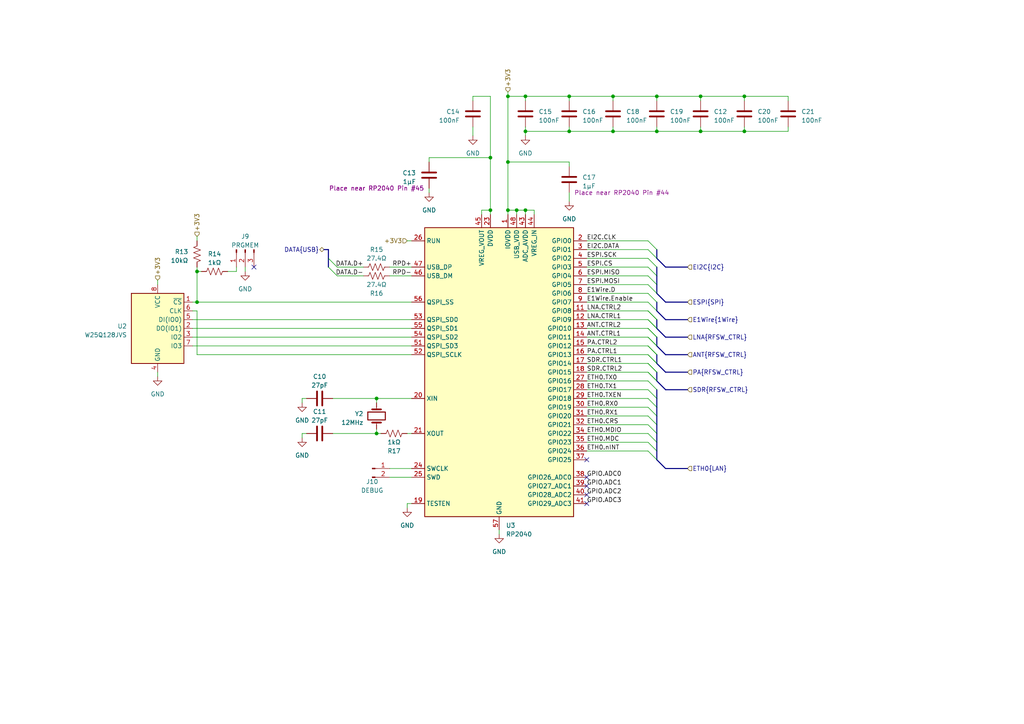
<source format=kicad_sch>
(kicad_sch (version 20230121) (generator eeschema)
  (paper "A4")
  (lib_symbols
    (symbol "Connector:Conn_01x02_Pin" (pin_names (offset 1.016) hide)
      (property "Reference" "J" (at 0 2.54 0))
      (property "Value" "Conn_01x02_Pin" (at 0 -5.08 0))
      (symbol "Conn_01x02_Pin_1_1"
        (polyline (pts (xy 1.27 -2.54) (xy 0.8636 -2.54)) (stroke (width 0.1524)))
        (polyline (pts (xy 1.27 0) (xy 0.8636 0)) (stroke (width 0.1524)))
        (rectangle (start 0.8636 -2.413) (end 0 -2.667) (stroke (width 0.1524)) (fill (type outline)))
        (rectangle (start 0.8636 0.127) (end 0 -0.127) (stroke (width 0.1524)) (fill (type outline)))
        (pin passive line (at 5.08 0 180) (length 3.81) (name "Pin_1") (number "1"))
        (pin passive line (at 5.08 -2.54 180) (length 3.81) (name "Pin_2") (number "2"))
      )
    )
    (symbol "Connector:Conn_01x03_Pin" (pin_names (offset 1.016) hide)
      (property "Reference" "J" (at 0 5.08 0))
      (property "Value" "Conn_01x03_Pin" (at 0 -5.08 0))
      (symbol "Conn_01x03_Pin_1_1"
        (polyline (pts (xy 1.27 -2.54) (xy 0.8636 -2.54)) (stroke (width 0.1524)))
        (polyline (pts (xy 1.27 0) (xy 0.8636 0)) (stroke (width 0.1524)))
        (polyline (pts (xy 1.27 2.54) (xy 0.8636 2.54)) (stroke (width 0.1524)))
        (rectangle (start 0.8636 -2.413) (end 0 -2.667) (stroke (width 0.1524)) (fill (type outline)))
        (rectangle (start 0.8636 0.127) (end 0 -0.127) (stroke (width 0.1524)) (fill (type outline)))
        (rectangle (start 0.8636 2.667) (end 0 2.413) (stroke (width 0.1524)) (fill (type outline)))
        (pin passive line (at 5.08 2.54 180) (length 3.81) (name "Pin_1") (number "1"))
        (pin passive line (at 5.08 0 180) (length 3.81) (name "Pin_2") (number "2"))
        (pin passive line (at 5.08 -2.54 180) (length 3.81) (name "Pin_3") (number "3"))
      )
    )
    (symbol "Device:C" (pin_numbers hide) (pin_names (offset 0.254))
      (property "Reference" "C" (at 0.635 2.54 0))
      (property "Value" "C" (at 0.635 -2.54 0))
      (symbol "C_0_1"
        (polyline (pts (xy -2.032 -0.762) (xy 2.032 -0.762)) (stroke (width 0.508)))
        (polyline (pts (xy -2.032 0.762) (xy 2.032 0.762)) (stroke (width 0.508)))
      )
      (symbol "C_1_1"
        (pin passive line (at 0 3.81 270) (length 2.794) (name "~") (number "1"))
        (pin passive line (at 0 -3.81 90) (length 2.794) (name "~") (number "2"))
      )
    )
    (symbol "Device:Crystal" (pin_numbers hide) (pin_names (offset 1.016) hide)
      (property "Reference" "Y" (at 0 3.81 0))
      (property "Value" "Crystal" (at 0 -3.81 0))
      (symbol "Crystal_0_1"
        (rectangle (start -1.143 2.54) (end 1.143 -2.54) (stroke (width 0.3048)))
        (polyline (pts (xy -2.54 0) (xy -1.905 0)))
        (polyline (pts (xy -1.905 -1.27) (xy -1.905 1.27)) (stroke (width 0.508)))
        (polyline (pts (xy 1.905 -1.27) (xy 1.905 1.27)) (stroke (width 0.508)))
        (polyline (pts (xy 2.54 0) (xy 1.905 0)))
      )
      (symbol "Crystal_1_1"
        (pin passive line (at -3.81 0 0) (length 1.27) (name "1") (number "1"))
        (pin passive line (at 3.81 0 180) (length 1.27) (name "2") (number "2"))
      )
    )
    (symbol "Device:R_US" (pin_numbers hide) (pin_names (offset 0))
      (property "Reference" "R" (at 2.54 0 90))
      (property "Value" "R_US" (at -2.54 0 90))
      (symbol "R_US_0_1"
        (polyline (pts (xy 0 -2.286) (xy 0 -2.54)))
        (polyline (pts (xy 0 2.286) (xy 0 2.54)))
        (polyline (pts (xy 0 -0.762) (xy 1.016 -1.143) (xy 0 -1.524) (xy -1.016 -1.905) (xy 0 -2.286)))
        (polyline (pts (xy 0 0.762) (xy 1.016 0.381) (xy 0 0) (xy -1.016 -0.381) (xy 0 -0.762)))
        (polyline (pts (xy 0 2.286) (xy 1.016 1.905) (xy 0 1.524) (xy -1.016 1.143) (xy 0 0.762)))
      )
      (symbol "R_US_1_1"
        (pin passive line (at 0 3.81 270) (length 1.27) (name "~") (number "1"))
        (pin passive line (at 0 -3.81 90) (length 1.27) (name "~") (number "2"))
      )
    )
    (symbol "MCU_RaspberryPi:RP2040"
      (property "Reference" "U" (at 17.78 45.72 0))
      (property "Value" "RP2040" (at 17.78 43.18 0))
      (symbol "RP2040_0_1"
        (rectangle (start -21.59 41.91) (end 21.59 -41.91) (stroke (width 0.254)) (fill (type background)))
      )
      (symbol "RP2040_1_1"
        (pin power_in line (at 2.54 45.72 270) (length 3.81) (name "IOVDD") (number "1"))
        (pin passive line (at 2.54 45.72 270) (length 3.81) hide (name "IOVDD") (number "10"))
        (pin bidirectional line (at 25.4 17.78 180) (length 3.81) (name "GPIO8") (number "11"))
        (pin bidirectional line (at 25.4 15.24 180) (length 3.81) (name "GPIO9") (number "12"))
        (pin bidirectional line (at 25.4 12.7 180) (length 3.81) (name "GPIO10") (number "13"))
        (pin bidirectional line (at 25.4 10.16 180) (length 3.81) (name "GPIO11") (number "14"))
        (pin bidirectional line (at 25.4 7.62 180) (length 3.81) (name "GPIO12") (number "15"))
        (pin bidirectional line (at 25.4 5.08 180) (length 3.81) (name "GPIO13") (number "16"))
        (pin bidirectional line (at 25.4 2.54 180) (length 3.81) (name "GPIO14") (number "17"))
        (pin bidirectional line (at 25.4 0 180) (length 3.81) (name "GPIO15") (number "18"))
        (pin input line (at -25.4 -38.1 0) (length 3.81) (name "TESTEN") (number "19"))
        (pin bidirectional line (at 25.4 38.1 180) (length 3.81) (name "GPIO0") (number "2"))
        (pin input line (at -25.4 -7.62 0) (length 3.81) (name "XIN") (number "20"))
        (pin passive line (at -25.4 -17.78 0) (length 3.81) (name "XOUT") (number "21"))
        (pin passive line (at 2.54 45.72 270) (length 3.81) hide (name "IOVDD") (number "22"))
        (pin power_in line (at -2.54 45.72 270) (length 3.81) (name "DVDD") (number "23"))
        (pin input line (at -25.4 -27.94 0) (length 3.81) (name "SWCLK") (number "24"))
        (pin bidirectional line (at -25.4 -30.48 0) (length 3.81) (name "SWD") (number "25"))
        (pin input line (at -25.4 38.1 0) (length 3.81) (name "RUN") (number "26"))
        (pin bidirectional line (at 25.4 -2.54 180) (length 3.81) (name "GPIO16") (number "27"))
        (pin bidirectional line (at 25.4 -5.08 180) (length 3.81) (name "GPIO17") (number "28"))
        (pin bidirectional line (at 25.4 -7.62 180) (length 3.81) (name "GPIO18") (number "29"))
        (pin bidirectional line (at 25.4 35.56 180) (length 3.81) (name "GPIO1") (number "3"))
        (pin bidirectional line (at 25.4 -10.16 180) (length 3.81) (name "GPIO19") (number "30"))
        (pin bidirectional line (at 25.4 -12.7 180) (length 3.81) (name "GPIO20") (number "31"))
        (pin bidirectional line (at 25.4 -15.24 180) (length 3.81) (name "GPIO21") (number "32"))
        (pin passive line (at 2.54 45.72 270) (length 3.81) hide (name "IOVDD") (number "33"))
        (pin bidirectional line (at 25.4 -17.78 180) (length 3.81) (name "GPIO22") (number "34"))
        (pin bidirectional line (at 25.4 -20.32 180) (length 3.81) (name "GPIO23") (number "35"))
        (pin bidirectional line (at 25.4 -22.86 180) (length 3.81) (name "GPIO24") (number "36"))
        (pin bidirectional line (at 25.4 -25.4 180) (length 3.81) (name "GPIO25") (number "37"))
        (pin bidirectional line (at 25.4 -30.48 180) (length 3.81) (name "GPIO26_ADC0") (number "38"))
        (pin bidirectional line (at 25.4 -33.02 180) (length 3.81) (name "GPIO27_ADC1") (number "39"))
        (pin bidirectional line (at 25.4 33.02 180) (length 3.81) (name "GPIO2") (number "4"))
        (pin bidirectional line (at 25.4 -35.56 180) (length 3.81) (name "GPIO28_ADC2") (number "40"))
        (pin bidirectional line (at 25.4 -38.1 180) (length 3.81) (name "GPIO29_ADC3") (number "41"))
        (pin passive line (at 2.54 45.72 270) (length 3.81) hide (name "IOVDD") (number "42"))
        (pin power_in line (at 7.62 45.72 270) (length 3.81) (name "ADC_AVDD") (number "43"))
        (pin power_in line (at 10.16 45.72 270) (length 3.81) (name "VREG_IN") (number "44"))
        (pin power_out line (at -5.08 45.72 270) (length 3.81) (name "VREG_VOUT") (number "45"))
        (pin bidirectional line (at -25.4 27.94 0) (length 3.81) (name "USB_DM") (number "46"))
        (pin bidirectional line (at -25.4 30.48 0) (length 3.81) (name "USB_DP") (number "47"))
        (pin power_in line (at 5.08 45.72 270) (length 3.81) (name "USB_VDD") (number "48"))
        (pin passive line (at 2.54 45.72 270) (length 3.81) hide (name "IOVDD") (number "49"))
        (pin bidirectional line (at 25.4 30.48 180) (length 3.81) (name "GPIO3") (number "5"))
        (pin passive line (at -2.54 45.72 270) (length 3.81) hide (name "DVDD") (number "50"))
        (pin bidirectional line (at -25.4 7.62 0) (length 3.81) (name "QSPI_SD3") (number "51"))
        (pin output line (at -25.4 5.08 0) (length 3.81) (name "QSPI_SCLK") (number "52"))
        (pin bidirectional line (at -25.4 15.24 0) (length 3.81) (name "QSPI_SD0") (number "53"))
        (pin bidirectional line (at -25.4 10.16 0) (length 3.81) (name "QSPI_SD2") (number "54"))
        (pin bidirectional line (at -25.4 12.7 0) (length 3.81) (name "QSPI_SD1") (number "55"))
        (pin bidirectional line (at -25.4 20.32 0) (length 3.81) (name "QSPI_SS") (number "56"))
        (pin power_in line (at 0 -45.72 90) (length 3.81) (name "GND") (number "57"))
        (pin bidirectional line (at 25.4 27.94 180) (length 3.81) (name "GPIO4") (number "6"))
        (pin bidirectional line (at 25.4 25.4 180) (length 3.81) (name "GPIO5") (number "7"))
        (pin bidirectional line (at 25.4 22.86 180) (length 3.81) (name "GPIO6") (number "8"))
        (pin bidirectional line (at 25.4 20.32 180) (length 3.81) (name "GPIO7") (number "9"))
      )
    )
    (symbol "Memory_Flash:W25Q128JVS"
      (property "Reference" "U" (at -8.89 8.89 0))
      (property "Value" "W25Q128JVS" (at 7.62 8.89 0))
      (symbol "W25Q128JVS_0_1"
        (rectangle (start -7.62 10.16) (end 7.62 -10.16) (stroke (width 0.254)) (fill (type background)))
      )
      (symbol "W25Q128JVS_1_1"
        (pin input line (at -10.16 7.62 0) (length 2.54) (name "~{CS}") (number "1"))
        (pin bidirectional line (at -10.16 0 0) (length 2.54) (name "DO(IO1)") (number "2"))
        (pin bidirectional line (at -10.16 -2.54 0) (length 2.54) (name "IO2") (number "3"))
        (pin power_in line (at 0 -12.7 90) (length 2.54) (name "GND") (number "4"))
        (pin bidirectional line (at -10.16 2.54 0) (length 2.54) (name "DI(IO0)") (number "5"))
        (pin input line (at -10.16 5.08 0) (length 2.54) (name "CLK") (number "6"))
        (pin bidirectional line (at -10.16 -5.08 0) (length 2.54) (name "IO3") (number "7"))
        (pin power_in line (at 0 12.7 270) (length 2.54) (name "VCC") (number "8"))
      )
    )
    (symbol "power:GND" (power) (pin_names (offset 0))
      (property "Value" "GND" (at 0 -3.81 0))
      (symbol "GND_0_1"
        (polyline (pts (xy 0 0) (xy 0 -1.27) (xy 1.27 -1.27) (xy 0 -2.54) (xy -1.27 -1.27) (xy 0 -1.27)))
      )
      (symbol "GND_1_1"
        (pin power_in line (at 0 0 270) (length 0) hide (name "GND") (number "1"))
      )
    )
  )
  (bus_alias "SPI" (members "CS" "MISO" "MOSI" "SCK"))
  (bus_alias "1Wire" (members "Enable" "D"))
  (bus_alias "I2C" (members "CLK" "DATA" "SCK"))
  (junction (at 165.1 38.1))
  (junction (at 152.4 38.1))
  (junction (at 57.15 78.74))
  (junction (at 149.86 60.96))
  (junction (at 142.24 60.96))
  (junction (at 152.4 27.94))
  (junction (at 190.5 38.1))
  (junction (at 147.32 60.96))
  (junction (at 190.5 27.94))
  (junction (at 147.32 46.99))
  (junction (at 165.1 27.94))
  (junction (at 109.22 115.57))
  (junction (at 177.8 38.1))
  (junction (at 215.9 27.94))
  (junction (at 147.32 27.94))
  (junction (at 152.4 60.96))
  (junction (at 142.24 45.72))
  (junction (at 177.8 27.94))
  (junction (at 203.2 38.1))
  (junction (at 215.9 38.1))
  (junction (at 109.22 125.73))
  (junction (at 203.2 27.94))
  (junction (at 57.15 87.63))
  (no_connect (at 170.18 146.05))
  (no_connect (at 170.18 133.35))
  (no_connect (at 73.66 77.47))
  (no_connect (at 170.18 138.43))
  (no_connect (at 170.18 143.51))
  (no_connect (at 170.18 140.97))
  (bus_entry (at 190.5 97.79) (size -2.54 -2.54))
  (bus_entry (at 190.5 123.19) (size -2.54 -2.54))
  (bus_entry (at 190.5 74.93) (size -2.54 -2.54))
  (bus_entry (at 190.5 120.65) (size -2.54 -2.54))
  (bus_entry (at 190.5 118.11) (size -2.54 -2.54))
  (bus_entry (at 95.25 77.47) (size 2.54 2.54))
  (bus_entry (at 187.96 69.85) (size 2.54 2.54))
  (bus_entry (at 95.25 74.93) (size 2.54 2.54))
  (bus_entry (at 190.5 90.17) (size -2.54 -2.54))
  (bus_entry (at 190.5 128.27) (size -2.54 -2.54))
  (bus_entry (at 190.5 102.87) (size -2.54 -2.54))
  (bus_entry (at 190.5 100.33) (size -2.54 -2.54))
  (bus_entry (at 190.5 80.01) (size -2.54 -2.54))
  (bus_entry (at 190.5 110.49) (size -2.54 -2.54))
  (bus_entry (at 190.5 87.63) (size -2.54 -2.54))
  (bus_entry (at 190.5 102.87) (size -2.54 -2.54))
  (bus_entry (at 190.5 92.71) (size -2.54 -2.54))
  (bus_entry (at 190.5 85.09) (size -2.54 -2.54))
  (bus_entry (at 190.5 97.79) (size -2.54 -2.54))
  (bus_entry (at 190.5 125.73) (size -2.54 -2.54))
  (bus_entry (at 190.5 130.81) (size -2.54 -2.54))
  (bus_entry (at 190.5 133.35) (size -2.54 -2.54))
  (bus_entry (at 190.5 113.03) (size -2.54 -2.54))
  (bus_entry (at 190.5 107.95) (size -2.54 -2.54))
  (bus_entry (at 190.5 95.25) (size -2.54 -2.54))
  (bus_entry (at 190.5 100.33) (size -2.54 -2.54))
  (bus_entry (at 190.5 105.41) (size -2.54 -2.54))
  (bus_entry (at 190.5 115.57) (size -2.54 -2.54))
  (bus_entry (at 190.5 82.55) (size -2.54 -2.54))
  (bus_entry (at 190.5 110.49) (size -2.54 -2.54))
  (bus_entry (at 190.5 92.71) (size -2.54 -2.54))
  (bus_entry (at 190.5 105.41) (size -2.54 -2.54))
  (bus_entry (at 190.5 107.95) (size -2.54 -2.54))
  (bus_entry (at 190.5 77.47) (size -2.54 -2.54))
  (bus_entry (at 190.5 95.25) (size -2.54 -2.54))
  (bus (pts (xy 190.5 120.65) (xy 190.5 123.19)))
  (wire (pts (xy 165.1 36.83) (xy 165.1 38.1)))
  (wire (pts (xy 165.1 27.94) (xy 165.1 29.21)))
  (wire (pts (xy 187.96 100.33) (xy 170.18 100.33)))
  (wire (pts (xy 170.18 123.19) (xy 187.96 123.19)))
  (wire (pts (xy 187.96 90.17) (xy 170.18 90.17)))
  (wire (pts (xy 109.22 115.57) (xy 119.38 115.57)))
  (wire (pts (xy 170.18 87.63) (xy 187.96 87.63)))
  (wire (pts (xy 177.8 38.1) (xy 190.5 38.1)))
  (wire (pts (xy 55.88 92.71) (xy 119.38 92.71)))
  (wire (pts (xy 170.18 80.01) (xy 187.96 80.01)))
  (wire (pts (xy 170.18 74.93) (xy 187.96 74.93)))
  (bus (pts (xy 193.04 113.03) (xy 199.39 113.03)))
  (wire (pts (xy 170.18 113.03) (xy 187.96 113.03)))
  (bus (pts (xy 190.5 82.55) (xy 190.5 85.09)))
  (wire (pts (xy 66.04 78.74) (xy 68.58 78.74)))
  (wire (pts (xy 215.9 27.94) (xy 215.9 29.21)))
  (bus (pts (xy 190.5 77.47) (xy 190.5 80.01)))
  (wire (pts (xy 149.86 62.23) (xy 149.86 60.96)))
  (bus (pts (xy 190.5 118.11) (xy 190.5 120.65)))
  (wire (pts (xy 190.5 38.1) (xy 190.5 36.83)))
  (bus (pts (xy 193.04 92.71) (xy 199.39 92.71)))
  (wire (pts (xy 118.11 125.73) (xy 119.38 125.73)))
  (wire (pts (xy 215.9 38.1) (xy 215.9 36.83)))
  (wire (pts (xy 109.22 116.84) (xy 109.22 115.57)))
  (wire (pts (xy 147.32 27.94) (xy 152.4 27.94)))
  (wire (pts (xy 113.03 77.47) (xy 119.38 77.47)))
  (wire (pts (xy 57.15 90.17) (xy 57.15 102.87)))
  (wire (pts (xy 147.32 60.96) (xy 147.32 46.99)))
  (wire (pts (xy 203.2 27.94) (xy 215.9 27.94)))
  (wire (pts (xy 55.88 97.79) (xy 119.38 97.79)))
  (wire (pts (xy 57.15 68.58) (xy 57.15 69.85)))
  (bus (pts (xy 190.5 130.81) (xy 190.5 133.35)))
  (wire (pts (xy 170.18 110.49) (xy 187.96 110.49)))
  (wire (pts (xy 57.15 102.87) (xy 119.38 102.87)))
  (wire (pts (xy 177.8 29.21) (xy 177.8 27.94)))
  (wire (pts (xy 187.96 105.41) (xy 170.18 105.41)))
  (wire (pts (xy 87.63 115.57) (xy 87.63 116.84)))
  (wire (pts (xy 113.03 135.89) (xy 119.38 135.89)))
  (wire (pts (xy 71.12 77.47) (xy 71.12 78.74)))
  (bus (pts (xy 190.5 95.25) (xy 193.04 97.79)))
  (wire (pts (xy 152.4 29.21) (xy 152.4 27.94)))
  (wire (pts (xy 57.15 87.63) (xy 119.38 87.63)))
  (wire (pts (xy 45.72 107.95) (xy 45.72 109.22)))
  (wire (pts (xy 147.32 26.67) (xy 147.32 27.94)))
  (bus (pts (xy 190.5 110.49) (xy 190.5 107.95)))
  (wire (pts (xy 118.11 146.05) (xy 118.11 147.32)))
  (wire (pts (xy 228.6 38.1) (xy 228.6 36.83)))
  (wire (pts (xy 144.78 153.67) (xy 144.78 154.94)))
  (wire (pts (xy 170.18 72.39) (xy 187.96 72.39)))
  (bus (pts (xy 190.5 133.35) (xy 193.04 135.89)))
  (wire (pts (xy 109.22 125.73) (xy 110.49 125.73)))
  (bus (pts (xy 190.5 80.01) (xy 190.5 82.55)))
  (wire (pts (xy 170.18 115.57) (xy 187.96 115.57)))
  (wire (pts (xy 97.79 77.47) (xy 105.41 77.47)))
  (wire (pts (xy 228.6 27.94) (xy 228.6 29.21)))
  (wire (pts (xy 57.15 78.74) (xy 57.15 87.63)))
  (wire (pts (xy 190.5 27.94) (xy 190.5 29.21)))
  (wire (pts (xy 55.88 87.63) (xy 57.15 87.63)))
  (bus (pts (xy 190.5 85.09) (xy 193.04 87.63)))
  (wire (pts (xy 170.18 128.27) (xy 187.96 128.27)))
  (bus (pts (xy 95.25 72.39) (xy 95.25 74.93)))
  (wire (pts (xy 68.58 77.47) (xy 68.58 78.74)))
  (bus (pts (xy 193.04 97.79) (xy 199.39 97.79)))
  (wire (pts (xy 203.2 27.94) (xy 203.2 29.21)))
  (wire (pts (xy 170.18 97.79) (xy 187.96 97.79)))
  (wire (pts (xy 142.24 27.94) (xy 137.16 27.94)))
  (wire (pts (xy 118.11 69.85) (xy 119.38 69.85)))
  (bus (pts (xy 190.5 105.41) (xy 193.04 107.95)))
  (wire (pts (xy 109.22 124.46) (xy 109.22 125.73)))
  (bus (pts (xy 95.25 74.93) (xy 95.25 77.47)))
  (wire (pts (xy 124.46 45.72) (xy 124.46 46.99)))
  (wire (pts (xy 215.9 27.94) (xy 228.6 27.94)))
  (bus (pts (xy 190.5 128.27) (xy 190.5 130.81)))
  (wire (pts (xy 137.16 29.21) (xy 137.16 27.94)))
  (wire (pts (xy 87.63 125.73) (xy 87.63 127)))
  (bus (pts (xy 93.98 72.39) (xy 95.25 72.39)))
  (wire (pts (xy 147.32 60.96) (xy 149.86 60.96)))
  (wire (pts (xy 113.03 138.43) (xy 119.38 138.43)))
  (wire (pts (xy 137.16 36.83) (xy 137.16 39.37)))
  (bus (pts (xy 190.5 95.25) (xy 190.5 92.71)))
  (wire (pts (xy 170.18 130.81) (xy 187.96 130.81)))
  (wire (pts (xy 55.88 95.25) (xy 119.38 95.25)))
  (bus (pts (xy 190.5 87.63) (xy 190.5 90.17)))
  (bus (pts (xy 193.04 102.87) (xy 199.39 102.87)))
  (wire (pts (xy 55.88 90.17) (xy 57.15 90.17)))
  (wire (pts (xy 203.2 38.1) (xy 215.9 38.1)))
  (wire (pts (xy 57.15 77.47) (xy 57.15 78.74)))
  (wire (pts (xy 124.46 54.61) (xy 124.46 55.88)))
  (wire (pts (xy 154.94 62.23) (xy 154.94 60.96)))
  (wire (pts (xy 142.24 62.23) (xy 142.24 60.96)))
  (wire (pts (xy 124.46 45.72) (xy 142.24 45.72)))
  (wire (pts (xy 147.32 62.23) (xy 147.32 60.96)))
  (wire (pts (xy 170.18 118.11) (xy 187.96 118.11)))
  (bus (pts (xy 190.5 100.33) (xy 190.5 97.79)))
  (wire (pts (xy 152.4 62.23) (xy 152.4 60.96)))
  (wire (pts (xy 147.32 46.99) (xy 147.32 27.94)))
  (wire (pts (xy 96.52 115.57) (xy 109.22 115.57)))
  (wire (pts (xy 190.5 38.1) (xy 203.2 38.1)))
  (wire (pts (xy 170.18 69.85) (xy 187.96 69.85)))
  (wire (pts (xy 113.03 80.01) (xy 119.38 80.01)))
  (bus (pts (xy 190.5 110.49) (xy 193.04 113.03)))
  (wire (pts (xy 170.18 125.73) (xy 187.96 125.73)))
  (wire (pts (xy 139.7 60.96) (xy 142.24 60.96)))
  (wire (pts (xy 165.1 38.1) (xy 152.4 38.1)))
  (wire (pts (xy 165.1 55.88) (xy 165.1 58.42)))
  (wire (pts (xy 170.18 82.55) (xy 187.96 82.55)))
  (bus (pts (xy 190.5 105.41) (xy 190.5 102.87)))
  (wire (pts (xy 45.72 82.55) (xy 45.72 81.28)))
  (wire (pts (xy 139.7 62.23) (xy 139.7 60.96)))
  (wire (pts (xy 149.86 60.96) (xy 152.4 60.96)))
  (wire (pts (xy 170.18 77.47) (xy 187.96 77.47)))
  (wire (pts (xy 170.18 102.87) (xy 187.96 102.87)))
  (wire (pts (xy 177.8 36.83) (xy 177.8 38.1)))
  (wire (pts (xy 190.5 27.94) (xy 203.2 27.94)))
  (wire (pts (xy 88.9 115.57) (xy 87.63 115.57)))
  (wire (pts (xy 177.8 27.94) (xy 165.1 27.94)))
  (wire (pts (xy 96.52 125.73) (xy 109.22 125.73)))
  (wire (pts (xy 152.4 38.1) (xy 152.4 39.37)))
  (wire (pts (xy 57.15 78.74) (xy 58.42 78.74)))
  (wire (pts (xy 147.32 46.99) (xy 165.1 46.99)))
  (bus (pts (xy 190.5 100.33) (xy 193.04 102.87)))
  (bus (pts (xy 193.04 107.95) (xy 199.39 107.95)))
  (bus (pts (xy 190.5 90.17) (xy 193.04 92.71)))
  (bus (pts (xy 193.04 77.47) (xy 199.39 77.47)))
  (bus (pts (xy 190.5 123.19) (xy 190.5 125.73)))
  (wire (pts (xy 55.88 100.33) (xy 119.38 100.33)))
  (wire (pts (xy 97.79 80.01) (xy 105.41 80.01)))
  (wire (pts (xy 170.18 107.95) (xy 187.96 107.95)))
  (wire (pts (xy 152.4 27.94) (xy 165.1 27.94)))
  (bus (pts (xy 190.5 74.93) (xy 193.04 77.47)))
  (wire (pts (xy 177.8 38.1) (xy 165.1 38.1)))
  (bus (pts (xy 193.04 135.89) (xy 199.39 135.89)))
  (wire (pts (xy 170.18 85.09) (xy 187.96 85.09)))
  (bus (pts (xy 190.5 125.73) (xy 190.5 128.27)))
  (bus (pts (xy 190.5 115.57) (xy 190.5 118.11)))
  (wire (pts (xy 170.18 120.65) (xy 187.96 120.65)))
  (bus (pts (xy 190.5 72.39) (xy 190.5 74.93)))
  (wire (pts (xy 215.9 38.1) (xy 228.6 38.1)))
  (wire (pts (xy 119.38 146.05) (xy 118.11 146.05)))
  (wire (pts (xy 177.8 27.94) (xy 190.5 27.94)))
  (wire (pts (xy 88.9 125.73) (xy 87.63 125.73)))
  (wire (pts (xy 142.24 27.94) (xy 142.24 45.72)))
  (wire (pts (xy 142.24 45.72) (xy 142.24 60.96)))
  (wire (pts (xy 187.96 95.25) (xy 170.18 95.25)))
  (bus (pts (xy 193.04 87.63) (xy 199.39 87.63)))
  (wire (pts (xy 203.2 38.1) (xy 203.2 36.83)))
  (wire (pts (xy 165.1 48.26) (xy 165.1 46.99)))
  (wire (pts (xy 152.4 36.83) (xy 152.4 38.1)))
  (wire (pts (xy 154.94 60.96) (xy 152.4 60.96)))
  (wire (pts (xy 170.18 92.71) (xy 187.96 92.71)))
  (bus (pts (xy 190.5 113.03) (xy 190.5 115.57)))
  (label "LNA.CTRL2" (at 170.18 90.17 0))
  (label "ETH0.TXEN" (at 170.18 115.57 0))
  (label "ETH0.CRS" (at 170.18 123.19 0))
  (label "E1Wire.D" (at 170.18 85.09 0))
  (label "PA.CTRL2" (at 170.18 100.33 0))
  (label "DATA.D+" (at 105.41 77.47 180))
  (label "ETH0.RX1" (at 170.18 120.65 0))
  (label "ESPI.MOSI" (at 170.18 82.55 0))
  (label "RPD+" (at 119.38 77.47 180))
  (label "ETH0.TX1" (at 170.18 113.03 0))
  (label "ESPI.MISO" (at 170.18 80.01 0))
  (label "ANT.CTRL2" (at 170.18 95.25 0))
  (label "ETH0.MDC" (at 170.18 128.27 0))
  (label "RPD-" (at 119.38 80.01 180))
  (label "SDR.CTRL1" (at 170.18 105.41 0))
  (label "ETH0.MDIO" (at 170.18 125.73 0))
  (label "SDR.CTRL2" (at 170.18 107.95 0))
  (label "GPIO.ADC0" (at 170.18 138.43 0))
  (label "LNA.CTRL1" (at 170.18 92.71 0))
  (label "ETH0.TX0" (at 170.18 110.49 0))
  (label "DATA.D-" (at 105.41 80.01 180))
  (label "EI2C.CLK" (at 170.18 69.85 0))
  (label "GPIO.ADC1" (at 170.18 140.97 0))
  (label "E1Wire.Enable" (at 170.18 87.63 0))
  (label "GPIO.ADC3" (at 170.18 146.05 0))
  (label "EI2C.DATA" (at 170.18 72.39 0))
  (label "PA.CTRL1" (at 170.18 102.87 0))
  (label "ESPI.SCK" (at 170.18 74.93 0))
  (label "ETH0.RX0" (at 170.18 118.11 0))
  (label "ANT.CTRL1" (at 170.18 97.79 0))
  (label "ETH0.nINT" (at 170.18 130.81 0))
  (label "ESPI.CS" (at 170.18 77.47 0))
  (label "GPIO.ADC2" (at 170.18 143.51 0))
  (hierarchical_label "ANT{RFSW_CTRL}" (shape input) (at 199.39 102.87 0))
  (hierarchical_label "+3V3" (shape input) (at 45.72 81.28 90))
  (hierarchical_label "EI2C{I2C}" (shape input) (at 199.39 77.47 0))
  (hierarchical_label "+3V3" (shape input) (at 118.11 69.85 180))
  (hierarchical_label "PA{RFSW_CTRL}" (shape input) (at 199.39 107.95 0))
  (hierarchical_label "ESPI{SPI}" (shape input) (at 199.39 87.63 0))
  (hierarchical_label "DATA{USB}" (shape bidirectional) (at 93.98 72.39 180))
  (hierarchical_label "SDR{RFSW_CTRL}" (shape input) (at 199.39 113.03 0))
  (hierarchical_label "E1Wire{1Wire}" (shape input) (at 199.39 92.71 0))
  (hierarchical_label "ETH0{LAN}" (shape input) (at 199.39 135.89 0))
  (hierarchical_label "LNA{RFSW_CTRL}" (shape input) (at 199.39 97.79 0))
  (hierarchical_label "+3V3" (shape input) (at 147.32 26.67 90))
  (hierarchical_label "+3V3" (shape input) (at 57.15 68.58 90))
  (symbol (lib_id "Device:C") (at 92.71 115.57 90) (unit 1)
    (property "Reference" "C10" (at 92.71 109.22 90))
    (property "Value" "27pF" (at 92.71 111.76 90))
    (property "Footprint" "Capacitor_SMD:C_1206_3216Metric_Pad1.33x1.80mm_HandSolder" (effects hide))
    (instances (project "half_duplex_switch-rev0_2a" (path "" (reference "C10") (unit 1))) (project "half_duplex_switch" (path "" (reference "C5") (unit 1)) (path "" (reference "C3") (unit 1))))
  )
  (symbol (lib_id "power:GND") (at 71.12 78.74 0) (unit 1)
    (property "Reference" "#PWR028" (effects hide))
    (property "Value" "GND" (at 71.12 83.82 0))
    (instances (project "half_duplex_switch-rev0_2a" (path "" (reference "#PWR028") (unit 1))) (project "half_duplex_switch" (path "" (reference "#PWR016") (unit 1)) (path "" (reference "#PWR015") (unit 1))))
  )
  (symbol (lib_id "Connector:Conn_01x03_Pin") (at 71.12 72.39 90) (mirror x) (unit 1)
    (property "Reference" "J9" (at 71.12 68.58 90))
    (property "Value" "PRGMEM" (at 71.12 71.12 90))
    (property "Footprint" "Connector_PinHeader_2.54mm:PinHeader_1x03_P2.54mm_Vertical" (effects hide))
    (instances (project "half_duplex_switch-rev0_2a" (path "" (reference "J9") (unit 1))) (project "half_duplex_switch" (path "" (reference "J10") (unit 1))))
  )
  (symbol (lib_id "Device:C") (at 228.6 33.02 0) (unit 1)
    (property "Reference" "C21" (at 232.41 32.385 0) (effects (justify left)))
    (property "Value" "100nF" (at 232.41 34.925 0) (effects (justify left)))
    (property "Footprint" "Capacitor_SMD:C_1206_3216Metric_Pad1.33x1.80mm_HandSolder" (effects hide))
    (instances (project "half_duplex_switch-rev0_2a" (path "" (reference "C21") (unit 1))) (project "half_duplex_switch" (path "" (reference "C12") (unit 1)) (path "" (reference "C12") (unit 1))))
  )
  (symbol (lib_id "Device:R_US") (at 109.22 80.01 90) (unit 1)
    (property "Reference" "R16" (at 109.22 85.09 90))
    (property "Value" "27.4Ω" (at 109.22 82.55 90))
    (property "Footprint" "Resistor_SMD:R_1206_3216Metric_Pad1.30x1.75mm_HandSolder" (effects hide))
    (instances (project "half_duplex_switch-rev0_2a" (path "" (reference "R16") (unit 1))) (project "half_duplex_switch" (path "" (reference "R5") (unit 1)) (path "" (reference "R4") (unit 1))))
  )
  (symbol (lib_id "Device:Crystal") (at 109.22 120.65 90) (unit 1)
    (property "Reference" "Y2" (at 105.41 120.015 90) (effects (justify left)))
    (property "Value" "12MHz" (at 105.41 122.555 90) (effects (justify left)))
    (property "Footprint" "Crystal:Crystal_HC49-4H_Vertical" (effects hide))
    (instances (project "half_duplex_switch-rev0_2a" (path "" (reference "Y2") (unit 1))) (project "half_duplex_switch" (path "" (reference "Y1") (unit 1)) (path "" (reference "Y1") (unit 1))))
  )
  (symbol (lib_id "Device:R_US") (at 109.22 77.47 90) (unit 1)
    (property "Reference" "R15" (at 109.22 72.39 90))
    (property "Value" "27.4Ω" (at 109.22 74.93 90))
    (property "Footprint" "Resistor_SMD:R_1206_3216Metric_Pad1.30x1.75mm_HandSolder" (effects hide))
    (instances (project "half_duplex_switch-rev0_2a" (path "" (reference "R15") (unit 1))) (project "half_duplex_switch" (path "" (reference "R4") (unit 1)) (path "" (reference "R3") (unit 1))))
  )
  (symbol (lib_id "Device:C") (at 215.9 33.02 0) (unit 1)
    (property "Reference" "C20" (at 219.71 32.385 0) (effects (justify left)))
    (property "Value" "100nF" (at 219.71 34.925 0) (effects (justify left)))
    (property "Footprint" "Capacitor_SMD:C_1206_3216Metric_Pad1.33x1.80mm_HandSolder" (effects hide))
    (instances (project "half_duplex_switch-rev0_2a" (path "" (reference "C20") (unit 1))) (project "half_duplex_switch" (path "" (reference "C12") (unit 1)) (path "" (reference "C12") (unit 1))))
  )
  (symbol (lib_id "power:GND") (at 165.1 58.42 0) (unit 1)
    (property "Reference" "#PWR036" (effects hide))
    (property "Value" "GND" (at 165.1 63.5 0))
    (instances (project "half_duplex_switch-rev0_2a" (path "" (reference "#PWR036") (unit 1))) (project "half_duplex_switch" (path "" (reference "#PWR014") (unit 1)) (path "" (reference "#PWR020") (unit 1))))
  )
  (symbol (lib_id "Device:C") (at 190.5 33.02 0) (unit 1)
    (property "Reference" "C19" (at 194.31 32.385 0) (effects (justify left)))
    (property "Value" "100nF" (at 194.31 34.925 0) (effects (justify left)))
    (property "Footprint" "Capacitor_SMD:C_1206_3216Metric_Pad1.33x1.80mm_HandSolder" (effects hide))
    (instances (project "half_duplex_switch-rev0_2a" (path "" (reference "C19") (unit 1))) (project "half_duplex_switch" (path "" (reference "C12") (unit 1)) (path "" (reference "C12") (unit 1))))
  )
  (symbol (lib_id "Device:R_US") (at 62.23 78.74 90) (unit 1)
    (property "Reference" "R14" (at 62.23 73.66 90))
    (property "Value" "1kΩ" (at 62.23 76.2 90))
    (property "Footprint" "Resistor_SMD:R_1206_3216Metric_Pad1.30x1.75mm_HandSolder" (effects hide))
    (instances (project "half_duplex_switch-rev0_2a" (path "" (reference "R14") (unit 1))) (project "half_duplex_switch" (path "" (reference "R1") (unit 1)) (path "" (reference "R2") (unit 1))))
  )
  (symbol (lib_id "Device:C") (at 137.16 33.02 0) (mirror y) (unit 1)
    (property "Reference" "C14" (at 133.35 32.385 0) (effects (justify left)))
    (property "Value" "100nF" (at 133.35 34.925 0) (effects (justify left)))
    (property "Footprint" "Capacitor_SMD:C_1206_3216Metric_Pad1.33x1.80mm_HandSolder" (effects hide))
    (instances (project "half_duplex_switch-rev0_2a" (path "" (reference "C14") (unit 1))) (project "half_duplex_switch" (path "" (reference "C11") (unit 1)) (path "" (reference "C7") (unit 1))))
  )
  (symbol (lib_id "power:GND") (at 118.11 147.32 0) (unit 1)
    (property "Reference" "#PWR031" (effects hide))
    (property "Value" "GND" (at 118.11 152.4 0))
    (instances (project "half_duplex_switch-rev0_2a" (path "" (reference "#PWR031") (unit 1))) (project "half_duplex_switch" (path "" (reference "#PWR09") (unit 1)) (path "" (reference "#PWR028") (unit 1))))
  )
  (symbol (lib_id "power:GND") (at 137.16 39.37 0) (unit 1)
    (property "Reference" "#PWR033" (effects hide))
    (property "Value" "GND" (at 137.16 44.45 0))
    (instances (project "half_duplex_switch-rev0_2a" (path "" (reference "#PWR033") (unit 1))) (project "half_duplex_switch" (path "" (reference "#PWR019") (unit 1)) (path "" (reference "#PWR017") (unit 1))))
  )
  (symbol (lib_id "Memory_Flash:W25Q128JVS") (at 45.72 95.25 0) (mirror y) (unit 1)
    (property "Reference" "U2" (at 36.83 94.615 0) (effects (justify left)))
    (property "Value" "W25Q128JVS" (at 36.83 97.155 0) (effects (justify left)))
    (property "Footprint" "Package_SO:SOIC-8_5.23x5.23mm_P1.27mm" (effects hide))
    (property "Datasheet" "http://www.winbond.com/resource-files/w25q128jv_dtr%20revc%2003272018%20plus.pdf" (effects hide))
    (instances (project "half_duplex_switch-rev0_2a" (path "" (reference "U2") (unit 1))) (project "half_duplex_switch" (path "" (reference "U3") (unit 1)) (path "" (reference "U1") (unit 1))))
  )
  (symbol (lib_id "Device:C") (at 124.46 50.8 0) (mirror y) (unit 1)
    (property "Reference" "C13" (at 120.65 50.165 0) (effects (justify left)))
    (property "Value" "1μF" (at 120.65 52.705 0) (effects (justify left)))
    (property "Footprint" "Capacitor_SMD:C_1206_3216Metric_Pad1.33x1.80mm_HandSolder" (effects hide))
    (property "Placement Note" "Place near RP2040 Pin #45" (at 109.22 54.61 0))
    (instances (project "half_duplex_switch-rev0_2a" (path "" (reference "C13") (unit 1))) (project "half_duplex_switch" (path "" (reference "C4") (unit 1)) (path "" (reference "C6") (unit 1))))
  )
  (symbol (lib_id "Device:R_US") (at 57.15 73.66 0) (mirror x) (unit 1)
    (property "Reference" "R13" (at 54.61 73.025 0) (effects (justify right)))
    (property "Value" "10kΩ" (at 54.61 75.565 0) (effects (justify right)))
    (property "Footprint" "Resistor_SMD:R_1206_3216Metric_Pad1.30x1.75mm_HandSolder" (effects hide))
    (instances (project "half_duplex_switch-rev0_2a" (path "" (reference "R13") (unit 1))) (project "half_duplex_switch" (path "" (reference "R2") (unit 1)) (path "" (reference "R1") (unit 1))))
  )
  (symbol (lib_id "power:GND") (at 45.72 109.22 0) (mirror y) (unit 1)
    (property "Reference" "#PWR027" (effects hide))
    (property "Value" "GND" (at 45.72 114.3 0))
    (instances (project "half_duplex_switch-rev0_2a" (path "" (reference "#PWR027") (unit 1))) (project "half_duplex_switch" (path "" (reference "#PWR015") (unit 1)) (path "" (reference "#PWR09") (unit 1))))
  )
  (symbol (lib_id "power:GND") (at 87.63 116.84 0) (mirror y) (unit 1)
    (property "Reference" "#PWR029" (effects hide))
    (property "Value" "GND" (at 87.63 121.92 0))
    (instances (project "half_duplex_switch-rev0_2a" (path "" (reference "#PWR029") (unit 1))) (project "half_duplex_switch" (path "" (reference "#PWR017") (unit 1)) (path "" (reference "#PWR013") (unit 1))))
  )
  (symbol (lib_id "power:GND") (at 144.78 154.94 0) (unit 1)
    (property "Reference" "#PWR034" (effects hide))
    (property "Value" "GND" (at 144.78 160.02 0))
    (instances (project "half_duplex_switch-rev0_2a" (path "" (reference "#PWR034") (unit 1))) (project "half_duplex_switch" (path "" (reference "#PWR09") (unit 1)) (path "" (reference "#PWR018") (unit 1))))
  )
  (symbol (lib_id "Device:C") (at 92.71 125.73 90) (unit 1)
    (property "Reference" "C11" (at 92.71 119.38 90))
    (property "Value" "27pF" (at 92.71 121.92 90))
    (property "Footprint" "Capacitor_SMD:C_1206_3216Metric_Pad1.33x1.80mm_HandSolder" (effects hide))
    (instances (project "half_duplex_switch-rev0_2a" (path "" (reference "C11") (unit 1))) (project "half_duplex_switch" (path "" (reference "C6") (unit 1)) (path "" (reference "C4") (unit 1))))
  )
  (symbol (lib_id "Device:C") (at 177.8 33.02 0) (unit 1)
    (property "Reference" "C18" (at 181.61 32.385 0) (effects (justify left)))
    (property "Value" "100nF" (at 181.61 34.925 0) (effects (justify left)))
    (property "Footprint" "Capacitor_SMD:C_1206_3216Metric_Pad1.33x1.80mm_HandSolder" (effects hide))
    (instances (project "half_duplex_switch-rev0_2a" (path "" (reference "C18") (unit 1))) (project "half_duplex_switch" (path "" (reference "C9") (unit 1)) (path "" (reference "C11") (unit 1))))
  )
  (symbol (lib_id "power:GND") (at 87.63 127 0) (mirror y) (unit 1)
    (property "Reference" "#PWR030" (effects hide))
    (property "Value" "GND" (at 87.63 132.08 0))
    (instances (project "half_duplex_switch-rev0_2a" (path "" (reference "#PWR030") (unit 1))) (project "half_duplex_switch" (path "" (reference "#PWR018") (unit 1)) (path "" (reference "#PWR014") (unit 1))))
  )
  (symbol (lib_id "Device:C") (at 203.2 33.02 0) (unit 1)
    (property "Reference" "C12" (at 207.01 32.385 0) (effects (justify left)))
    (property "Value" "100nF" (at 207.01 34.925 0) (effects (justify left)))
    (property "Footprint" "Capacitor_SMD:C_1206_3216Metric_Pad1.33x1.80mm_HandSolder" (effects hide))
  )
  (symbol (lib_id "Connector:Conn_01x02_Pin") (at 107.95 135.89 0) (unit 1)
    (property "Reference" "J10" (at 107.95 139.7 0))
    (property "Value" "DEBUG" (at 107.95 142.24 0))
    (property "Footprint" "Connector_PinHeader_2.54mm:PinHeader_1x02_P2.54mm_Vertical" (effects hide))
    (instances (project "half_duplex_switch-rev0_2a" (path "" (reference "J10") (unit 1))) (project "half_duplex_switch" (path "" (reference "J9") (unit 1))))
  )
  (symbol (lib_id "power:GND") (at 124.46 55.88 0) (unit 1)
    (property "Reference" "#PWR032" (effects hide))
    (property "Value" "GND" (at 124.46 60.96 0))
    (instances (project "half_duplex_switch-rev0_2a" (path "" (reference "#PWR032") (unit 1))) (project "half_duplex_switch" (path "" (reference "#PWR020") (unit 1)) (path "" (reference "#PWR016") (unit 1))))
  )
  (symbol (lib_id "Device:C") (at 152.4 33.02 0) (unit 1)
    (property "Reference" "C15" (at 156.21 32.385 0) (effects (justify left)))
    (property "Value" "100nF" (at 156.21 34.925 0) (effects (justify left)))
    (property "Footprint" "Capacitor_SMD:C_1206_3216Metric_Pad1.33x1.80mm_HandSolder" (effects hide))
    (instances (project "half_duplex_switch-rev0_2a" (path "" (reference "C15") (unit 1))) (project "half_duplex_switch" (path "" (reference "C8") (unit 1)) (path "" (reference "C8") (unit 1))))
  )
  (symbol (lib_id "Device:C") (at 165.1 52.07 0) (unit 1)
    (property "Reference" "C17" (at 168.91 51.435 0) (effects (justify left)))
    (property "Value" "1μF" (at 168.91 53.975 0) (effects (justify left)))
    (property "Footprint" "Capacitor_SMD:C_1206_3216Metric_Pad1.33x1.80mm_HandSolder" (effects hide))
    (property "Placement Note" "Place near RP2040 Pin #44" (at 180.34 55.88 0))
    (instances (project "half_duplex_switch-rev0_2a" (path "" (reference "C17") (unit 1))) (project "half_duplex_switch" (path "" (reference "C3") (unit 1)) (path "" (reference "C10") (unit 1))))
  )
  (symbol (lib_id "power:GND") (at 152.4 39.37 0) (unit 1)
    (property "Reference" "#PWR035" (effects hide))
    (property "Value" "GND" (at 152.4 44.45 0))
    (instances (project "half_duplex_switch-rev0_2a" (path "" (reference "#PWR035") (unit 1))) (project "half_duplex_switch" (path "" (reference "#PWR013") (unit 1)) (path "" (reference "#PWR019") (unit 1))))
  )
  (symbol (lib_id "MCU_RaspberryPi:RP2040") (at 144.78 107.95 0) (unit 1)
    (property "Reference" "U3" (at 146.7359 152.4 0) (effects (justify left)))
    (property "Value" "RP2040" (at 146.7359 154.94 0) (effects (justify left)))
    (property "Footprint" "Package_DFN_QFN:QFN-56-1EP_7x7mm_P0.4mm_EP3.2x3.2mm" (effects hide))
    (property "Datasheet" "https://datasheets.raspberrypi.com/rp2040/rp2040-datasheet.pdf" (effects hide))
    (instances (project "half_duplex_switch-rev0_2a" (path "" (reference "U3") (unit 1))) (project "half_duplex_switch" (path "" (reference "U1") (unit 1)) (path "" (reference "U3") (unit 1))))
  )
  (symbol (lib_id "Device:R_US") (at 114.3 125.73 270) (unit 1)
    (property "Reference" "R17" (at 114.3 130.81 90))
    (property "Value" "1kΩ" (at 114.3 128.27 90))
    (property "Footprint" "Resistor_SMD:R_1206_3216Metric_Pad1.30x1.75mm_HandSolder" (effects hide))
    (instances (project "half_duplex_switch-rev0_2a" (path "" (reference "R17") (unit 1))) (project "half_duplex_switch" (path "" (reference "R3") (unit 1)) (path "" (reference "R5") (unit 1))))
  )
  (symbol (lib_id "Device:C") (at 165.1 33.02 0) (unit 1)
    (property "Reference" "C16" (at 168.91 32.385 0) (effects (justify left)))
    (property "Value" "100nF" (at 168.91 34.925 0) (effects (justify left)))
    (property "Footprint" "Capacitor_SMD:C_1206_3216Metric_Pad1.33x1.80mm_HandSolder" (effects hide))
    (instances (project "half_duplex_switch-rev0_2a" (path "" (reference "C16") (unit 1))) (project "half_duplex_switch" (path "" (reference "C7") (unit 1)) (path "" (reference "C9") (unit 1))))
  )
)
</source>
